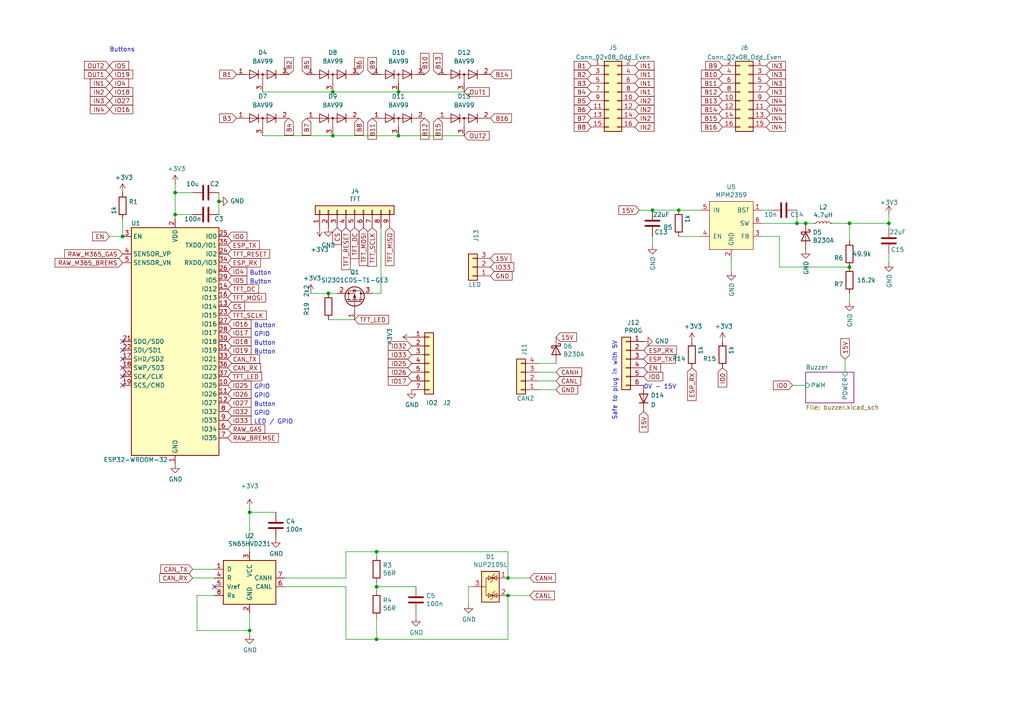
<source format=kicad_sch>
(kicad_sch (version 20230121) (generator eeschema)
  (paper "A4")
  (junction (at 189.23 60.96))
  (junction (at 350.52 95.25))
  (junction (at 363.22 102.87))
  (junction (at 403.86 102.87))
  (junction (at 257.81 64.77))
  (junction (at 109.22 185.42))
  (junction (at 391.16 102.87))
  (junction (at 109.22 170.18))
  (junction (at 350.52 102.87))
  (junction (at 72.39 182.88))
  (junction (at 115.57 26.67))
  (junction (at 246.38 64.77))
  (junction (at 72.39 148.59))
  (junction (at 109.22 160.02))
  (junction (at 233.68 64.77))
  (junction (at 196.85 60.96))
  (junction (at 50.8 62.23))
  (junction (at 231.14 64.77))
  (junction (at 50.8 55.88))
  (junction (at 95.25 85.09))
  (junction (at 363.22 95.25))
  (junction (at 147.32 172.72))
  (junction (at 63.5 58.42))
  (junction (at 96.52 39.37))
  (junction (at 115.57 39.37))
  (junction (at 35.56 68.58))
  (junction (at 391.16 95.25))
  (junction (at 96.52 26.67))
  (junction (at 403.86 95.25))
  (junction (at 147.32 167.64))
  (junction (at 246.38 77.47))
  (no_connect (at 35.56 101.6))
  (no_connect (at 35.56 106.68))
  (no_connect (at 35.56 111.76))
  (no_connect (at 35.56 104.14))
  (no_connect (at 35.56 109.22))
  (no_connect (at 35.56 99.06))
  (no_connect (at 62.23 170.18))
  (wire (pts (xy 391.16 91.44) (xy 391.16 95.25)))
  (wire (pts (xy 115.57 26.67) (xy 134.62 26.67)))
  (wire (pts (xy 63.5 58.42) (xy 63.5 55.88)))
  (wire (pts (xy 203.2 60.96) (xy 196.85 60.96)))
  (wire (pts (xy 76.2 39.37) (xy 96.52 39.37)))
  (wire (pts (xy 135.89 170.18) (xy 137.16 170.18)))
  (wire (pts (xy 147.32 167.64) (xy 153.67 167.64)))
  (wire (pts (xy 245.11 104.14) (xy 245.11 107.95)))
  (wire (pts (xy 102.87 92.71) (xy 95.25 92.71)))
  (wire (pts (xy 363.22 102.87) (xy 370.84 102.87)))
  (wire (pts (xy 109.22 168.91) (xy 109.22 170.18)))
  (wire (pts (xy 156.21 110.49) (xy 161.29 110.49)))
  (wire (pts (xy 231.14 64.77) (xy 233.68 64.77)))
  (wire (pts (xy 100.33 170.18) (xy 100.33 185.42)))
  (wire (pts (xy 50.8 55.88) (xy 50.8 53.34)))
  (wire (pts (xy 120.65 179.07) (xy 120.65 177.8)))
  (wire (pts (xy 110.49 66.04) (xy 110.49 85.09)))
  (wire (pts (xy 391.16 95.25) (xy 382.27 95.25)))
  (wire (pts (xy 72.39 147.32) (xy 72.39 148.59)))
  (wire (pts (xy 109.22 170.18) (xy 109.22 171.45)))
  (wire (pts (xy 233.68 64.77) (xy 236.22 64.77)))
  (wire (pts (xy 220.98 68.58) (xy 226.06 68.58)))
  (wire (pts (xy 220.98 60.96) (xy 223.52 60.96)))
  (wire (pts (xy 63.5 62.23) (xy 63.5 58.42)))
  (wire (pts (xy 350.52 102.87) (xy 341.63 102.87)))
  (wire (pts (xy 82.55 167.64) (xy 100.33 167.64)))
  (wire (pts (xy 363.22 95.25) (xy 363.22 91.44)))
  (wire (pts (xy 96.52 39.37) (xy 115.57 39.37)))
  (wire (pts (xy 110.49 85.09) (xy 107.95 85.09)))
  (wire (pts (xy 229.87 111.76) (xy 233.68 111.76)))
  (wire (pts (xy 462.28 100.33) (xy 467.36 100.33)))
  (wire (pts (xy 220.98 64.77) (xy 231.14 64.77)))
  (wire (pts (xy 403.86 95.25) (xy 411.48 95.25)))
  (wire (pts (xy 120.65 170.18) (xy 109.22 170.18)))
  (wire (pts (xy 434.34 85.09) (xy 430.53 85.09)))
  (wire (pts (xy 434.34 100.33) (xy 430.53 100.33)))
  (wire (pts (xy 109.22 160.02) (xy 147.32 160.02)))
  (wire (pts (xy 403.86 102.87) (xy 411.48 102.87)))
  (wire (pts (xy 109.22 160.02) (xy 109.22 161.29)))
  (wire (pts (xy 246.38 64.77) (xy 257.81 64.77)))
  (wire (pts (xy 226.06 68.58) (xy 226.06 77.47)))
  (wire (pts (xy 241.3 64.77) (xy 246.38 64.77)))
  (wire (pts (xy 96.52 26.67) (xy 115.57 26.67)))
  (wire (pts (xy 147.32 185.42) (xy 147.32 172.72)))
  (wire (pts (xy 115.57 39.37) (xy 134.62 39.37)))
  (wire (pts (xy 189.23 60.96) (xy 196.85 60.96)))
  (wire (pts (xy 212.09 74.93) (xy 212.09 78.74)))
  (wire (pts (xy 147.32 172.72) (xy 153.67 172.72)))
  (wire (pts (xy 156.21 105.41) (xy 161.29 105.41)))
  (wire (pts (xy 55.88 165.1) (xy 62.23 165.1)))
  (wire (pts (xy 161.29 113.03) (xy 156.21 113.03)))
  (wire (pts (xy 50.8 63.5) (xy 50.8 62.23)))
  (wire (pts (xy 185.42 60.96) (xy 189.23 60.96)))
  (wire (pts (xy 72.39 148.59) (xy 72.39 160.02)))
  (wire (pts (xy 196.85 68.58) (xy 203.2 68.58)))
  (wire (pts (xy 55.88 62.23) (xy 50.8 62.23)))
  (wire (pts (xy 161.29 107.95) (xy 156.21 107.95)))
  (wire (pts (xy 31.75 68.58) (xy 35.56 68.58)))
  (wire (pts (xy 403.86 95.25) (xy 403.86 91.44)))
  (wire (pts (xy 76.2 26.67) (xy 96.52 26.67)))
  (wire (pts (xy 257.81 64.77) (xy 257.81 66.04)))
  (wire (pts (xy 82.55 170.18) (xy 100.33 170.18)))
  (wire (pts (xy 57.15 182.88) (xy 72.39 182.88)))
  (wire (pts (xy 35.56 68.58) (xy 35.56 63.5)))
  (wire (pts (xy 391.16 102.87) (xy 382.27 102.87)))
  (wire (pts (xy 231.14 60.96) (xy 231.14 64.77)))
  (wire (pts (xy 226.06 77.47) (xy 246.38 77.47)))
  (wire (pts (xy 50.8 62.23) (xy 50.8 55.88)))
  (wire (pts (xy 62.23 172.72) (xy 57.15 172.72)))
  (wire (pts (xy 57.15 172.72) (xy 57.15 182.88)))
  (wire (pts (xy 462.28 85.09) (xy 467.36 85.09)))
  (wire (pts (xy 135.89 175.26) (xy 135.89 170.18)))
  (wire (pts (xy 350.52 91.44) (xy 350.52 95.25)))
  (wire (pts (xy 100.33 160.02) (xy 109.22 160.02)))
  (wire (pts (xy 95.25 85.09) (xy 97.79 85.09)))
  (wire (pts (xy 55.88 55.88) (xy 50.8 55.88)))
  (wire (pts (xy 80.01 148.59) (xy 72.39 148.59)))
  (wire (pts (xy 100.33 185.42) (xy 109.22 185.42)))
  (wire (pts (xy 55.88 167.64) (xy 62.23 167.64)))
  (wire (pts (xy 246.38 69.85) (xy 246.38 64.77)))
  (wire (pts (xy 90.17 85.09) (xy 95.25 85.09)))
  (wire (pts (xy 147.32 160.02) (xy 147.32 167.64)))
  (wire (pts (xy 257.81 62.23) (xy 257.81 64.77)))
  (wire (pts (xy 189.23 68.58) (xy 189.23 71.12)))
  (wire (pts (xy 363.22 95.25) (xy 370.84 95.25)))
  (wire (pts (xy 257.81 76.2) (xy 257.81 73.66)))
  (wire (pts (xy 109.22 185.42) (xy 147.32 185.42)))
  (wire (pts (xy 246.38 85.09) (xy 246.38 87.63)))
  (wire (pts (xy 72.39 182.88) (xy 72.39 184.15)))
  (wire (pts (xy 72.39 177.8) (xy 72.39 182.88)))
  (wire (pts (xy 350.52 95.25) (xy 341.63 95.25)))
  (wire (pts (xy 109.22 179.07) (xy 109.22 185.42)))
  (wire (pts (xy 100.33 160.02) (xy 100.33 167.64)))
  (text "GPIO" (at 73.66 113.03 0) (effects (font (size 1.27 1.27)) (justify left bottom)))
  (text "GPIO" (at 73.66 120.65 0) (effects (font (size 1.27 1.27)) (justify left bottom)))
  (text "Button" (at 73.66 102.87 0) (effects (font (size 1.27 1.27)) (justify left bottom)))
  (text "GPIO" (at 73.66 115.57 0) (effects (font (size 1.27 1.27)) (justify left bottom)))
  (text "0V - 15V" (at 186.69 113.03 0) (effects (font (size 1.27 1.27)) (justify left bottom)))
  (text "Button" (at 73.66 100.33 0) (effects (font (size 1.27 1.27)) (justify left bottom)))
  (text "Button" (at 72.39 80.01 0) (effects (font (size 1.27 1.27)) (justify left bottom)))
  (text "Buttons" (at 31.75 15.24 0) (effects (font (size 1.27 1.27)) (justify left bottom)))
  (text "Safe to plug in with 5V" (at 179.07 121.92 90) (effects (font (size 1.27 1.27)) (justify left bottom)))
  (text "LED / GPIO" (at 73.66 123.19 0) (effects (font (size 1.27 1.27)) (justify left bottom)))
  (text "Button" (at 73.66 118.11 0) (effects (font (size 1.27 1.27)) (justify left bottom)))
  (text "GPIO" (at 73.66 97.79 0) (effects (font (size 1.27 1.27)) (justify left bottom)))
  (text "Button" (at 73.66 95.25 0) (effects (font (size 1.27 1.27)) (justify left bottom)))
  (text "Button" (at 72.39 82.55 0) (effects (font (size 1.27 1.27)) (justify left bottom)))
  (global_label "CAN_RX" (shape input) (at 55.88 167.64 180) (property "Intersheetrefs" "${INTERSHEET_REFS}" (effects hide)) (property "Referenzen zwischen Schaltplänen" "${INTERSHEET_REFS}" (effects hide)))
  (global_label "IO33" (shape input) (at 142.24 77.47 0) (property "Intersheetrefs" "${INTERSHEET_REFS}" (effects hide)) (property "Referenzen zwischen Schaltplänen" "${INTERSHEET_REFS}" (effects hide)))
  (global_label "RAW_M365_BREMS" (shape input) (at 365.76 49.53 0) (property "Intersheetrefs" "${INTERSHEET_REFS}" (effects hide)) (property "Referenzen zwischen Schaltplänen" "${INTERSHEET_REFS}" (effects hide)))
  (global_label "ESP_RX" (shape input) (at 66.04 76.2 0) (property "Intersheetrefs" "${INTERSHEET_REFS}" (effects hide)) (property "Referenzen zwischen Schaltplänen" "${INTERSHEET_REFS}" (effects hide)))
  (global_label "RAW_M365_BREMS" (shape input) (at 403.86 91.44 90) (property "Intersheetrefs" "${INTERSHEET_REFS}" (effects hide)) (property "Referenzen zwischen Schaltplänen" "${INTERSHEET_REFS}" (effects hide)))
  (global_label "ESP_TX" (shape input) (at 66.04 71.12 0) (property "Intersheetrefs" "${INTERSHEET_REFS}" (effects hide)) (property "Referenzen zwischen Schaltplänen" "${INTERSHEET_REFS}" (effects hide)))
  (global_label "TFT_RESET" (shape input) (at 66.04 73.66 0) (property "Intersheetrefs" "${INTERSHEET_REFS}" (effects hide)) (property "Referenzen zwischen Schaltplänen" "${INTERSHEET_REFS}" (effects hide)))
  (global_label "IN1" (shape input) (at 184.15 24.13 0) (property "Intersheetrefs" "${INTERSHEET_REFS}" (effects hide)) (property "Referenzen zwischen Schaltplänen" "${INTERSHEET_REFS}" (effects hide)))
  (global_label "IN1" (shape input) (at 184.15 26.67 0) (property "Intersheetrefs" "${INTERSHEET_REFS}" (effects hide)) (property "Referenzen zwischen Schaltplänen" "${INTERSHEET_REFS}" (effects hide)))
  (global_label "IN4" (shape input) (at 222.25 34.29 0) (property "Intersheetrefs" "${INTERSHEET_REFS}" (effects hide)) (property "Referenzen zwischen Schaltplänen" "${INTERSHEET_REFS}" (effects hide)))
  (global_label "IO17" (shape input) (at 119.38 110.49 180) (property "Intersheetrefs" "${INTERSHEET_REFS}" (effects hide)))
  (global_label "RAW_GAS" (shape input) (at 66.04 124.46 0) (property "Intersheetrefs" "${INTERSHEET_REFS}" (effects hide)) (property "Referenzen zwischen Schaltplänen" "${INTERSHEET_REFS}" (effects hide)))
  (global_label "B12" (shape input) (at 190.5 -55.88 0) (property "Intersheetrefs" "${INTERSHEET_REFS}" (effects hide)) (property "Referenzen zwischen Schaltplänen" "${INTERSHEET_REFS}" (effects hide)))
  (global_label "B7" (shape input) (at 88.9 34.29 270) (property "Intersheetrefs" "${INTERSHEET_REFS}" (effects hide)) (property "Referenzen zwischen Schaltplänen" "${INTERSHEET_REFS}" (effects hide)))
  (global_label "B6" (shape input) (at 104.14 21.59 90) (property "Intersheetrefs" "${INTERSHEET_REFS}" (effects hide)) (property "Referenzen zwischen Schaltplänen" "${INTERSHEET_REFS}" (effects hide)))
  (global_label "B10" (shape input) (at 209.55 21.59 180) (property "Intersheetrefs" "${INTERSHEET_REFS}" (effects hide)) (property "Referenzen zwischen Schaltplänen" "${INTERSHEET_REFS}" (effects hide)))
  (global_label "B1" (shape input) (at 171.45 19.05 180) (property "Intersheetrefs" "${INTERSHEET_REFS}" (effects hide)) (property "Referenzen zwischen Schaltplänen" "${INTERSHEET_REFS}" (effects hide)))
  (global_label "CAN_TX" (shape input) (at 55.88 165.1 180) (property "Intersheetrefs" "${INTERSHEET_REFS}" (effects hide)) (property "Referenzen zwischen Schaltplänen" "${INTERSHEET_REFS}" (effects hide)))
  (global_label "RAW_M365_BREMS" (shape input) (at 474.98 100.33 0) (property "Intersheetrefs" "${INTERSHEET_REFS}" (effects hide)) (property "Referenzen zwischen Schaltplänen" "${INTERSHEET_REFS}" (effects hide)))
  (global_label "B13" (shape input) (at 209.55 29.21 180) (property "Intersheetrefs" "${INTERSHEET_REFS}" (effects hide)) (property "Referenzen zwischen Schaltplänen" "${INTERSHEET_REFS}" (effects hide)))
  (global_label "IO18" (shape input) (at 31.75 26.67 0) (property "Intersheetrefs" "${INTERSHEET_REFS}" (effects hide)) (property "Referenzen zwischen Schaltplänen" "${INTERSHEET_REFS}" (effects hide)))
  (global_label "IO26" (shape input) (at 66.04 114.3 0) (property "Intersheetrefs" "${INTERSHEET_REFS}" (effects hide)) (property "Referenzen zwischen Schaltplänen" "${INTERSHEET_REFS}" (effects hide)))
  (global_label "B16" (shape input) (at 142.24 34.29 0) (property "Intersheetrefs" "${INTERSHEET_REFS}" (effects hide)) (property "Referenzen zwischen Schaltplänen" "${INTERSHEET_REFS}" (effects hide)))
  (global_label "OUT1" (shape input) (at 134.62 26.67 0) (property "Intersheetrefs" "${INTERSHEET_REFS}" (effects hide)) (property "Referenzen zwischen Schaltplänen" "${INTERSHEET_REFS}" (effects hide)))
  (global_label "IO18" (shape input) (at 66.04 99.06 0) (property "Intersheetrefs" "${INTERSHEET_REFS}" (effects hide)) (property "Referenzen zwischen Schaltplänen" "${INTERSHEET_REFS}" (effects hide)))
  (global_label "B8" (shape input) (at 171.45 36.83 180) (property "Intersheetrefs" "${INTERSHEET_REFS}" (effects hide)) (property "Referenzen zwischen Schaltplänen" "${INTERSHEET_REFS}" (effects hide)))
  (global_label "CANL" (shape input) (at 153.67 172.72 0) (property "Intersheetrefs" "${INTERSHEET_REFS}" (effects hide)) (property "Referenzen zwischen Schaltplänen" "${INTERSHEET_REFS}" (effects hide)))
  (global_label "B2" (shape input) (at 171.45 21.59 180) (property "Intersheetrefs" "${INTERSHEET_REFS}" (effects hide)) (property "Referenzen zwischen Schaltplänen" "${INTERSHEET_REFS}" (effects hide)))
  (global_label "IO19" (shape input) (at 31.75 21.59 0) (property "Intersheetrefs" "${INTERSHEET_REFS}" (effects hide)) (property "Referenzen zwischen Schaltplänen" "${INTERSHEET_REFS}" (effects hide)))
  (global_label "GND" (shape input) (at 161.29 113.03 0) (property "Intersheetrefs" "${INTERSHEET_REFS}" (effects hide)) (property "Referenzen zwischen Schaltplänen" "${INTERSHEET_REFS}" (effects hide)))
  (global_label "OUT1" (shape input) (at 31.75 21.59 180) (property "Intersheetrefs" "${INTERSHEET_REFS}" (effects hide)) (property "Referenzen zwischen Schaltplänen" "${INTERSHEET_REFS}" (effects hide)))
  (global_label "RAW_GAS" (shape input) (at 441.96 85.09 0) (property "Intersheetrefs" "${INTERSHEET_REFS}" (effects hide)) (property "Referenzen zwischen Schaltplänen" "${INTERSHEET_REFS}" (effects hide)))
  (global_label "RAW_M365_GAS" (shape input) (at 391.16 91.44 90) (property "Intersheetrefs" "${INTERSHEET_REFS}" (effects hide)) (property "Referenzen zwischen Schaltplänen" "${INTERSHEET_REFS}" (effects hide)))
  (global_label "IO0" (shape input) (at 66.04 68.58 0) (property "Intersheetrefs" "${INTERSHEET_REFS}" (effects hide)) (property "Referenzen zwischen Schaltplänen" "${INTERSHEET_REFS}" (effects hide)))
  (global_label "B15" (shape input) (at 209.55 34.29 180) (property "Intersheetrefs" "${INTERSHEET_REFS}" (effects hide)) (property "Referenzen zwischen Schaltplänen" "${INTERSHEET_REFS}" (effects hide)))
  (global_label "IO26" (shape input) (at 119.38 107.95 180) (property "Intersheetrefs" "${INTERSHEET_REFS}" (effects hide)) (property "Referenzen zwischen Schaltplänen" "${INTERSHEET_REFS}" (effects hide)))
  (global_label "RAW_M365_GAS" (shape input) (at 35.56 73.66 180) (property "Intersheetrefs" "${INTERSHEET_REFS}" (effects hide)) (property "Referenzen zwischen Schaltplänen" "${INTERSHEET_REFS}" (effects hide)))
  (global_label "B3" (shape input) (at 190.5 -22.86 0) (property "Intersheetrefs" "${INTERSHEET_REFS}" (effects hide)) (property "Referenzen zwischen Schaltplänen" "${INTERSHEET_REFS}" (effects hide)))
  (global_label "RAW_M365_GAS" (shape input) (at 365.76 44.45 0) (property "Intersheetrefs" "${INTERSHEET_REFS}" (effects hide)) (property "Referenzen zwischen Schaltplänen" "${INTERSHEET_REFS}" (effects hide)))
  (global_label "B9" (shape input) (at 170.18 -60.96 180) (property "Intersheetrefs" "${INTERSHEET_REFS}" (effects hide)) (property "Referenzen zwischen Schaltplänen" "${INTERSHEET_REFS}" (effects hide)))
  (global_label "B3" (shape input) (at 171.45 24.13 180) (property "Intersheetrefs" "${INTERSHEET_REFS}" (effects hide)) (property "Referenzen zwischen Schaltplänen" "${INTERSHEET_REFS}" (effects hide)))
  (global_label "B1" (shape input) (at 170.18 -22.86 180) (property "Intersheetrefs" "${INTERSHEET_REFS}" (effects hide)) (property "Referenzen zwischen Schaltplänen" "${INTERSHEET_REFS}" (effects hide)))
  (global_label "RAW_GAS" (shape input) (at 350.52 91.44 90) (property "Intersheetrefs" "${INTERSHEET_REFS}" (effects hide)) (property "Referenzen zwischen Schaltplänen" "${INTERSHEET_REFS}" (effects hide)))
  (global_label "IO32" (shape input) (at 119.38 100.33 180) (property "Intersheetrefs" "${INTERSHEET_REFS}" (effects hide)) (property "Referenzen zwischen Schaltplänen" "${INTERSHEET_REFS}" (effects hide)))
  (global_label "CAN_TX" (shape input) (at 66.04 104.14 0) (property "Intersheetrefs" "${INTERSHEET_REFS}" (effects hide)) (property "Referenzen zwischen Schaltplänen" "${INTERSHEET_REFS}" (effects hide)))
  (global_label "EN" (shape input) (at 31.75 68.58 180) (property "Intersheetrefs" "${INTERSHEET_REFS}" (effects hide)) (property "Referenzen zwischen Schaltplänen" "${INTERSHEET_REFS}" (effects hide)))
  (global_label "B12" (shape input) (at 123.19 34.29 270) (property "Intersheetrefs" "${INTERSHEET_REFS}" (effects hide)) (property "Referenzen zwischen Schaltplänen" "${INTERSHEET_REFS}" (effects hide)))
  (global_label "B4" (shape input) (at 171.45 26.67 180) (property "Intersheetrefs" "${INTERSHEET_REFS}" (effects hide)) (property "Referenzen zwischen Schaltplänen" "${INTERSHEET_REFS}" (effects hide)))
  (global_label "IN3" (shape input) (at 222.25 21.59 0) (property "Intersheetrefs" "${INTERSHEET_REFS}" (effects hide)) (property "Referenzen zwischen Schaltplänen" "${INTERSHEET_REFS}" (effects hide)))
  (global_label "15V" (shape input) (at 186.69 119.38 270) (property "Intersheetrefs" "${INTERSHEET_REFS}" (effects hide)) (property "Referenzen zwischen Schaltplänen" "${INTERSHEET_REFS}" (effects hide)))
  (global_label "TFT_MISO" (shape input) (at 113.03 66.04 270) (property "Intersheetrefs" "${INTERSHEET_REFS}" (effects hide)) (property "Referenzen zwischen Schaltplänen" "${INTERSHEET_REFS}" (effects hide)))
  (global_label "B15" (shape input) (at 127 34.29 270) (property "Intersheetrefs" "${INTERSHEET_REFS}" (effects hide)) (property "Referenzen zwischen Schaltplänen" "${INTERSHEET_REFS}" (effects hide)))
  (global_label "TFT_RESET" (shape input) (at 100.33 66.04 270) (property "Intersheetrefs" "${INTERSHEET_REFS}" (effects hide)) (property "Referenzen zwischen Schaltplänen" "${INTERSHEET_REFS}" (effects hide)))
  (global_label "IO0" (shape input) (at 186.69 109.22 0) (property "Intersheetrefs" "${INTERSHEET_REFS}" (effects hide)) (property "Referenzen zwischen Schaltplänen" "${INTERSHEET_REFS}" (effects hide)))
  (global_label "IN3" (shape input) (at 222.25 24.13 0) (property "Intersheetrefs" "${INTERSHEET_REFS}" (effects hide)) (property "Referenzen zwischen Schaltplänen" "${INTERSHEET_REFS}" (effects hide)))
  (global_label "IO4" (shape input) (at 66.04 78.74 0) (property "Intersheetrefs" "${INTERSHEET_REFS}" (effects hide)) (property "Referenzen zwischen Schaltplänen" "${INTERSHEET_REFS}" (effects hide)))
  (global_label "IO5" (shape input) (at 31.75 19.05 0) (property "Intersheetrefs" "${INTERSHEET_REFS}" (effects hide)) (property "Referenzen zwischen Schaltplänen" "${INTERSHEET_REFS}" (effects hide)))
  (global_label "IN1" (shape input) (at 184.15 21.59 0) (property "Intersheetrefs" "${INTERSHEET_REFS}" (effects hide)) (property "Referenzen zwischen Schaltplänen" "${INTERSHEET_REFS}" (effects hide)))
  (global_label "IO32" (shape input) (at 66.04 119.38 0) (property "Intersheetrefs" "${INTERSHEET_REFS}" (effects hide)) (property "Referenzen zwischen Schaltplänen" "${INTERSHEET_REFS}" (effects hide)))
  (global_label "ESP_RX" (shape input) (at 186.69 101.6 0) (property "Intersheetrefs" "${INTERSHEET_REFS}" (effects hide)) (property "Referenzen zwischen Schaltplänen" "${INTERSHEET_REFS}" (effects hide)))
  (global_label "TFT_LED" (shape input) (at 66.04 109.22 0) (property "Intersheetrefs" "${INTERSHEET_REFS}" (effects hide)) (property "Referenzen zwischen Schaltplänen" "${INTERSHEET_REFS}" (effects hide)))
  (global_label "RAW_M365_BREMS" (shape input) (at 35.56 76.2 180) (property "Intersheetrefs" "${INTERSHEET_REFS}" (effects hide)) (property "Referenzen zwischen Schaltplänen" "${INTERSHEET_REFS}" (effects hide)))
  (global_label "RAW_BREMSE" (shape input) (at 474.98 85.09 0) (property "Intersheetrefs" "${INTERSHEET_REFS}" (effects hide)) (property "Referenzen zwischen Schaltplänen" "${INTERSHEET_REFS}" (effects hide)))
  (global_label "CS" (shape input) (at 66.04 88.9 0) (property "Intersheetrefs" "${INTERSHEET_REFS}" (effects hide)) (property "Referenzen zwischen Schaltplänen" "${INTERSHEET_REFS}" (effects hide)))
  (global_label "GND" (shape input) (at 142.24 80.01 0) (property "Intersheetrefs" "${INTERSHEET_REFS}" (effects hide)) (property "Referenzen zwischen Schaltplänen" "${INTERSHEET_REFS}" (effects hide)))
  (global_label "B4" (shape input) (at 83.82 34.29 270) (property "Intersheetrefs" "${INTERSHEET_REFS}" (effects hide)) (property "Referenzen zwischen Schaltplänen" "${INTERSHEET_REFS}" (effects hide)))
  (global_label "B6" (shape input) (at 171.45 31.75 180) (property "Intersheetrefs" "${INTERSHEET_REFS}" (effects hide)) (property "Referenzen zwischen Schaltplänen" "${INTERSHEET_REFS}" (effects hide)))
  (global_label "IN2" (shape input) (at 184.15 36.83 0) (property "Intersheetrefs" "${INTERSHEET_REFS}" (effects hide)) (property "Referenzen zwischen Schaltplänen" "${INTERSHEET_REFS}" (effects hide)))
  (global_label "B2" (shape input) (at 170.18 -17.78 180) (property "Intersheetrefs" "${INTERSHEET_REFS}" (effects hide)) (property "Referenzen zwischen Schaltplänen" "${INTERSHEET_REFS}" (effects hide)))
  (global_label "B8" (shape input) (at 222.25 -17.78 0) (property "Intersheetrefs" "${INTERSHEET_REFS}" (effects hide)) (property "Referenzen zwischen Schaltplänen" "${INTERSHEET_REFS}" (effects hide)))
  (global_label "B14" (shape input) (at 201.93 -55.88 180) (property "Intersheetrefs" "${INTERSHEET_REFS}" (effects hide)) (property "Referenzen zwischen Schaltplänen" "${INTERSHEET_REFS}" (effects hide)))
  (global_label "IN4" (shape input) (at 222.25 36.83 0) (property "Intersheetrefs" "${INTERSHEET_REFS}" (effects hide)) (property "Referenzen zwischen Schaltplänen" "${INTERSHEET_REFS}" (effects hide)))
  (global_label "B10" (shape input) (at 123.19 21.59 90) (property "Intersheetrefs" "${INTERSHEET_REFS}" (effects hide)) (property "Referenzen zwischen Schaltplänen" "${INTERSHEET_REFS}" (effects hide)))
  (global_label "IO17" (shape input) (at 66.04 96.52 0) (property "Intersheetrefs" "${INTERSHEET_REFS}" (effects hide)))
  (global_label "RAW_BREMSE" (shape input) (at 66.04 127 0) (property "Intersheetrefs" "${INTERSHEET_REFS}" (effects hide)) (property "Referenzen zwischen Schaltplänen" "${INTERSHEET_REFS}" (effects hide)))
  (global_label "B15" (shape input) (at 222.25 -60.96 0) (property "Intersheetrefs" "${INTERSHEET_REFS}" (effects hide)) (property "Referenzen zwischen Schaltplänen" "${INTERSHEET_REFS}" (effects hide)))
  (global_label "IO19" (shape input) (at 66.04 101.6 0) (property "Intersheetrefs" "${INTERSHEET_REFS}" (effects hide)) (property "Referenzen zwischen Schaltplänen" "${INTERSHEET_REFS}" (effects hide)))
  (global_label "RAW_BREMSE" (shape input) (at 345.44 49.53 180) (property "Intersheetrefs" "${INTERSHEET_REFS}" (effects hide)) (property "Referenzen zwischen Schaltplänen" "${INTERSHEET_REFS}" (effects hide)))
  (global_label "TFT_MOSI" (shape input) (at 105.41 66.04 270) (property "Intersheetrefs" "${INTERSHEET_REFS}" (effects hide)) (property "Referenzen zwischen Schaltplänen" "${INTERSHEET_REFS}" (effects hide)))
  (global_label "CAN_RX" (shape input) (at 66.04 106.68 0) (property "Intersheetrefs" "${INTERSHEET_REFS}" (effects hide)) (property "Referenzen zwischen Schaltplänen" "${INTERSHEET_REFS}" (effects hide)))
  (global_label "B16" (shape input) (at 222.25 -55.88 0) (property "Intersheetrefs" "${INTERSHEET_REFS}" (effects hide)) (property "Referenzen zwischen Schaltplänen" "${INTERSHEET_REFS}" (effects hide)))
  (global_label "15V" (shape input) (at 142.24 74.93 0) (property "Intersheetrefs" "${INTERSHEET_REFS}" (effects hide)) (property "Referenzen zwischen Schaltplänen" "${INTERSHEET_REFS}" (effects hide)))
  (global_label "TFT_LED" (shape input) (at 102.87 92.71 0) (property "Intersheetrefs" "${INTERSHEET_REFS}" (effects hide)) (property "Referenzen zwischen Schaltplänen" "${INTERSHEET_REFS}" (effects hide)))
  (global_label "15V" (shape input) (at 161.29 97.79 0) (property "Intersheetrefs" "${INTERSHEET_REFS}" (effects hide)) (property "Referenzen zwischen Schaltplänen" "${INTERSHEET_REFS}" (effects hide)))
  (global_label "B14" (shape input) (at 209.55 31.75 180) (property "Intersheetrefs" "${INTERSHEET_REFS}" (effects hide)) (property "Referenzen zwischen Schaltplänen" "${INTERSHEET_REFS}" (effects hide)))
  (global_label "B13" (shape input) (at 127 21.59 90) (property "Intersheetrefs" "${INTERSHEET_REFS}" (effects hide)) (property "Referenzen zwischen Schaltplänen" "${INTERSHEET_REFS}" (effects hide)))
  (global_label "B16" (shape input) (at 209.55 36.83 180) (property "Intersheetrefs" "${INTERSHEET_REFS}" (effects hide)) (property "Referenzen zwischen Schaltplänen" "${INTERSHEET_REFS}" (effects hide)))
  (global_label "IN3" (shape input) (at 222.25 19.05 0) (property "Intersheetrefs" "${INTERSHEET_REFS}" (effects hide)) (property "Referenzen zwischen Schaltplänen" "${INTERSHEET_REFS}" (effects hide)))
  (global_label "IO33" (shape input) (at 66.04 121.92 0) (property "Intersheetrefs" "${INTERSHEET_REFS}" (effects hide)) (property "Referenzen zwischen Schaltplänen" "${INTERSHEET_REFS}" (effects hide)))
  (global_label "B5" (shape input) (at 88.9 21.59 90) (property "Intersheetrefs" "${INTERSHEET_REFS}" (effects hide)) (property "Referenzen zwischen Schaltplänen" "${INTERSHEET_REFS}" (effects hide)))
  (global_label "B9" (shape input) (at 209.55 19.05 180) (property "Intersheetrefs" "${INTERSHEET_REFS}" (effects hide)) (property "Referenzen zwischen Schaltplänen" "${INTERSHEET_REFS}" (effects hide)))
  (global_label "B7" (shape input) (at 222.25 -22.86 0) (property "Intersheetrefs" "${INTERSHEET_REFS}" (effects hide)) (property "Referenzen zwischen Schaltplänen" "${INTERSHEET_REFS}" (effects hide)))
  (global_label "IO16" (shape input) (at 31.75 31.75 0) (property "Intersheetrefs" "${INTERSHEET_REFS}" (effects hide)))
  (global_label "EN" (shape input) (at 186.69 106.68 0) (property "Intersheetrefs" "${INTERSHEET_REFS}" (effects hide)) (property "Referenzen zwischen Schaltplänen" "${INTERSHEET_REFS}" (effects hide)))
  (global_label "IN2" (shape input) (at 184.15 29.21 0) (property "Intersheetrefs" "${INTERSHEET_REFS}" (effects hide)) (property "Referenzen zwischen Schaltplänen" "${INTERSHEET_REFS}" (effects hide)))
  (global_label "IN4" (shape input) (at 31.75 31.75 180) (property "Intersheetrefs" "${INTERSHEET_REFS}" (effects hide)) (property "Referenzen zwischen Schaltplänen" "${INTERSHEET_REFS}" (effects hide)))
  (global_label "B12" (shape input) (at 209.55 26.67 180) (property "Intersheetrefs" "${INTERSHEET_REFS}" (effects hide)) (property "Referenzen zwischen Schaltplänen" "${INTERSHEET_REFS}" (effects hide)))
  (global_label "IO5" (shape input) (at 66.04 81.28 0) (property "Intersheetrefs" "${INTERSHEET_REFS}" (effects hide)) (property "Referenzen zwischen Schaltplänen" "${INTERSHEET_REFS}" (effects hide)))
  (global_label "CANL" (shape input) (at 161.29 110.49 0) (property "Intersheetrefs" "${INTERSHEET_REFS}" (effects hide)) (property "Referenzen zwischen Schaltplänen" "${INTERSHEET_REFS}" (effects hide)))
  (global_label "IN2" (shape input) (at 31.75 26.67 180) (property "Intersheetrefs" "${INTERSHEET_REFS}" (effects hide)) (property "Referenzen zwischen Schaltplänen" "${INTERSHEET_REFS}" (effects hide)))
  (global_label "B5" (shape input) (at 201.93 -22.86 180) (property "Intersheetrefs" "${INTERSHEET_REFS}" (effects hide)) (property "Referenzen zwischen Schaltplänen" "${INTERSHEET_REFS}" (effects hide)))
  (global_label "B9" (shape input) (at 107.95 21.59 90) (property "Intersheetrefs" "${INTERSHEET_REFS}" (effects hide)) (property "Referenzen zwischen Schaltplänen" "${INTERSHEET_REFS}" (effects hide)))
  (global_label "B14" (shape input) (at 142.24 21.59 0) (property "Intersheetrefs" "${INTERSHEET_REFS}" (effects hide)) (property "Referenzen zwischen Schaltplänen" "${INTERSHEET_REFS}" (effects hide)))
  (global_label "IO4" (shape input) (at 31.75 24.13 0) (property "Intersheetrefs" "${INTERSHEET_REFS}" (effects hide)) (property "Referenzen zwischen Schaltplänen" "${INTERSHEET_REFS}" (effects hide)))
  (global_label "IN4" (shape input) (at 222.25 31.75 0) (property "Intersheetrefs" "${INTERSHEET_REFS}" (effects hide)) (property "Referenzen zwischen Schaltplänen" "${INTERSHEET_REFS}" (effects hide)))
  (global_label "B7" (shape input) (at 171.45 34.29 180) (property "Intersheetrefs" "${INTERSHEET_REFS}" (effects hide)) (property "Referenzen zwischen Schaltplänen" "${INTERSHEET_REFS}" (effects hide)))
  (global_label "B5" (shape input) (at 171.45 29.21 180) (property "Intersheetrefs" "${INTERSHEET_REFS}" (effects hide)) (property "Referenzen zwischen Schaltplänen" "${INTERSHEET_REFS}" (effects hide)))
  (global_label "B6" (shape input) (at 201.93 -17.78 180) (property "Intersheetrefs" "${INTERSHEET_REFS}" (effects hide)) (property "Referenzen zwischen Schaltplänen" "${INTERSHEET_REFS}" (effects hide)))
  (global_label "B10" (shape input) (at 170.18 -55.88 180) (property "Intersheetrefs" "${INTERSHEET_REFS}" (effects hide)) (property "Referenzen zwischen Schaltplänen" "${INTERSHEET_REFS}" (effects hide)))
  (global_label "15V" (shape input) (at 245.11 104.14 90) (property "Intersheetrefs" "${INTERSHEET_REFS}" (effects hide)) (property "Referenzen zwischen Schaltplänen" "${INTERSHEET_REFS}" (effects hide)))
  (global_label "RAW_GAS" (shape input) (at 345.44 44.45 180) (property "Intersheetrefs" "${INTERSHEET_REFS}" (effects hide)) (property "Referenzen zwischen Schaltplänen" "${INTERSHEET_REFS}" (effects hide)))
  (global_label "OUT2" (shape input) (at 134.62 39.37 0) (property "Intersheetrefs" "${INTERSHEET_REFS}" (effects hide)) (property "Referenzen zwischen Schaltplänen" "${INTERSHEET_REFS}" (effects hide)))
  (global_label "IN3" (shape input) (at 31.75 29.21 180) (property "Intersheetrefs" "${INTERSHEET_REFS}" (effects hide)) (property "Referenzen zwischen Schaltplänen" "${INTERSHEET_REFS}" (effects hide)))
  (global_label "B11" (shape input) (at 209.55 24.13 180) (property "Intersheetrefs" "${INTERSHEET_REFS}" (effects hide)) (property "Referenzen zwischen Schaltplänen" "${INTERSHEET_REFS}" (effects hide)))
  (global_label "B13" (shape input) (at 201.93 -60.96 180) (property "Intersheetrefs" "${INTERSHEET_REFS}" (effects hide)) (property "Referenzen zwischen Schaltplänen" "${INTERSHEET_REFS}" (effects hide)))
  (global_label "15V" (shape input) (at 185.42 60.96 180) (property "Intersheetrefs" "${INTERSHEET_REFS}" (effects hide)) (property "Referenzen zwischen Schaltplänen" "${INTERSHEET_REFS}" (effects hide)))
  (global_label "OUT2" (shape input) (at 31.75 19.05 180) (property "Intersheetrefs" "${INTERSHEET_REFS}" (effects hide)) (property "Referenzen zwischen Schaltplänen" "${INTERSHEET_REFS}" (effects hide)))
  (global_label "B3" (shape input) (at 68.58 34.29 180) (property "Intersheetrefs" "${INTERSHEET_REFS}" (effects hide)) (property "Referenzen zwischen Schaltplänen" "${INTERSHEET_REFS}" (effects hide)))
  (global_label "CANH" (shape input) (at 153.67 167.64 0) (property "Intersheetrefs" "${INTERSHEET_REFS}" (effects hide)) (property "Referenzen zwischen Schaltplänen" "${INTERSHEET_REFS}" (effects hide)))
  (global_label "CANH" (shape input) (at 161.29 107.95 0) (property "Intersheetrefs" "${INTERSHEET_REFS}" (effects hide)) (property "Referenzen zwischen Schaltplänen" "${INTERSHEET_REFS}" (effects hide)))
  (global_label "IN4" (shape input) (at 222.25 29.21 0) (property "Intersheetrefs" "${INTERSHEET_REFS}" (effects hide)) (property "Referenzen zwischen Schaltplänen" "${INTERSHEET_REFS}" (effects hide)))
  (global_label "IN1" (shape input) (at 184.15 19.05 0) (property "Intersheetrefs" "${INTERSHEET_REFS}" (effects hide)) (property "Referenzen zwischen Schaltplänen" "${INTERSHEET_REFS}" (effects hide)))
  (global_label "IO0" (shape input) (at 209.55 106.68 270) (property "Intersheetrefs" "${INTERSHEET_REFS}" (effects hide)) (property "Referenzen zwischen Schaltplänen" "${INTERSHEET_REFS}" (effects hide)))
  (global_label "IO33" (shape input) (at 119.38 102.87 180) (property "Intersheetrefs" "${INTERSHEET_REFS}" (effects hide)) (property "Referenzen zwischen Schaltplänen" "${INTERSHEET_REFS}" (effects hide)))
  (global_label "CS" (shape input) (at 97.79 66.04 270) (property "Intersheetrefs" "${INTERSHEET_REFS}" (effects hide)) (property "Referenzen zwischen Schaltplänen" "${INTERSHEET_REFS}" (effects hide)))
  (global_label "IO27" (shape input) (at 31.75 29.21 0) (property "Intersheetrefs" "${INTERSHEET_REFS}" (effects hide)) (property "Referenzen zwischen Schaltplänen" "${INTERSHEET_REFS}" (effects hide)))
  (global_label "ESP_TX" (shape input) (at 186.69 104.14 0) (property "Intersheetrefs" "${INTERSHEET_REFS}" (effects hide)) (property "Referenzen zwischen Schaltplänen" "${INTERSHEET_REFS}" (effects hide)))
  (global_label "IO27" (shape input) (at 66.04 116.84 0) (property "Intersheetrefs" "${INTERSHEET_REFS}" (effects hide)) (property "Referenzen zwischen Schaltplänen" "${INTERSHEET_REFS}" (effects hide)))
  (global_label "TFT_DC" (shape input) (at 66.04 83.82 0) (property "Intersheetrefs" "${INTERSHEET_REFS}" (effects hide)) (property "Referenzen zwischen Schaltplänen" "${INTERSHEET_REFS}" (effects hide)))
  (global_label "TFT_SCLK" (shape input) (at 107.95 66.04 270) (property "Intersheetrefs" "${INTERSHEET_REFS}" (effects hide)) (property "Referenzen zwischen Schaltplänen" "${INTERSHEET_REFS}" (effects hide)))
  (global_label "RAW_BREMSE" (shape input) (at 363.22 91.44 90) (property "Intersheetrefs" "${INTERSHEET_REFS}" (effects hide)) (property "Referenzen zwischen Schaltplänen" "${INTERSHEET_REFS}" (effects hide)))
  (global_label "IN1" (shape input) (at 31.75 24.13 180) (property "Intersheetrefs" "${INTERSHEET_REFS}" (effects hide)) (property "Referenzen zwischen Schaltplänen" "${INTERSHEET_REFS}" (effects hide)))
  (global_label "B1" (shape input) (at 68.58 21.59 180) (property "Intersheetrefs" "${INTERSHEET_REFS}" (effects hide)) (property "Referenzen zwischen Schaltplänen" "${INTERSHEET_REFS}" (effects hide)))
  (global_label "B11" (shape input) (at 190.5 -60.96 0) (property "Intersheetrefs" "${INTERSHEET_REFS}" (effects hide)) (property "Referenzen zwischen Schaltplänen" "${INTERSHEET_REFS}" (effects hide)))
  (global_label "IO25" (shape input) (at 66.04 111.76 0) (property "Intersheetrefs" "${INTERSHEET_REFS}" (effects hide)) (property "Referenzen zwischen Schaltplänen" "${INTERSHEET_REFS}" (effects hide)))
  (global_label "B2" (shape input) (at 83.82 21.59 90) (property "Intersheetrefs" "${INTERSHEET_REFS}" (effects hide)) (property "Referenzen zwischen Schaltplänen" "${INTERSHEET_REFS}" (effects hide)))
  (global_label "B8" (shape input) (at 104.14 34.29 270) (property "Intersheetrefs" "${INTERSHEET_REFS}" (effects hide)) (property "Referenzen zwischen Schaltplänen" "${INTERSHEET_REFS}" (effects hide)))
  (global_label "IN2" (shape input) (at 184.15 31.75 0) (property "Intersheetrefs" "${INTERSHEET_REFS}" (effects hide)) (property "Referenzen zwischen Schaltplänen" "${INTERSHEET_REFS}" (effects hide)))
  (global_label "TFT_DC" (shape input) (at 102.87 66.04 270) (property "Intersheetrefs" "${INTERSHEET_REFS}" (effects hide)) (property "Referenzen zwischen Schaltplänen" "${INTERSHEET_REFS}" (effects hide)))
  (global_label "IN2" (shape input) (at 184.15 34.29 0) (property "Intersheetrefs" "${INTERSHEET_REFS}" (effects hide)) (property "Referenzen zwischen Schaltplänen" "${INTERSHEET_REFS}" (effects hide)))
  (global_label "TFT_SCLK" (shape input) (at 66.04 91.44 0) (property "Intersheetrefs" "${INTERSHEET_REFS}" (effects hide)) (property "Referenzen zwischen Schaltplänen" "${INTERSHEET_REFS}" (effects hide)))
  (global_label "IN3" (shape input) (at 222.25 26.67 0) (property "Intersheetrefs" "${INTERSHEET_REFS}" (effects hide)) (property "Referenzen zwischen Schaltplänen" "${INTERSHEET_REFS}" (effects hide)))
  (global_label "TFT_MOSI" (shape input) (at 66.04 86.36 0) (property "Intersheetrefs" "${INTERSHEET_REFS}" (effects hide)) (property "Referenzen zwischen Schaltplänen" "${INTERSHEET_REFS}" (effects hide)))
  (global_label "IO25" (shape input) (at 119.38 105.41 180) (property "Intersheetrefs" "${INTERSHEET_REFS}" (effects hide)) (property "Referenzen zwischen Schaltplänen" "${INTERSHEET_REFS}" (effects hide)))
  (global_label "RAW_M365_GAS" (shape input) (at 441.96 100.33 0) (property "Intersheetrefs" "${INTERSHEET_REFS}" (effects hide)) (property "Referenzen zwischen Schaltplänen" "${INTERSHEET_REFS}" (effects hide)))
  (global_label "IO0" (shape input) (at 229.87 111.76 180) (property "Intersheetrefs" "${INTERSHEET_REFS}" (effects hide)) (property "Referenzen zwischen Schaltplänen" "${INTERSHEET_REFS}" (effects hide)))
  (global_label "B11" (shape input) (at 107.95 34.29 270) (property "Intersheetrefs" "${INTERSHEET_REFS}" (effects hide)) (property "Referenzen zwischen Schaltplänen" "${INTERSHEET_REFS}" (effects hide)))
  (global_label "B4" (shape input) (at 190.5 -17.78 0) (property "Intersheetrefs" "${INTERSHEET_REFS}" (effects hide)) (property "Referenzen zwischen Schaltplänen" "${INTERSHEET_REFS}" (effects hide)))
  (global_label "ESP_RX" (shape input) (at 200.66 106.68 270) (property "Intersheetrefs" "${INTERSHEET_REFS}" (effects hide)) (property "Referenzen zwischen Schaltplänen" "${INTERSHEET_REFS}" (effects hide)))
  (global_label "IO16" (shape input) (at 66.04 93.98 0) (property "Intersheetrefs" "${INTERSHEET_REFS}" (effects hide)))
  (symbol (lib_id "RF_Module:ESP32-WROOM-32") (at 50.8 99.06 0) (unit 1)
    (property "Reference" "U1" (at 39.37 64.77 0))
    (property "Value" "ESP32-WROOM-32" (at 39.37 133.35 0))
    (property "Footprint" "RF_Module:ESP32-WROOM-32" (effects hide))
    (property "Datasheet" "https://www.espressif.com/sites/default/files/documentation/esp32-wroom-32_datasheet_en.pdf" (effects hide))
    (property "LCSC Part #" "C701343" (effects hide))
  )
  (symbol (lib_id "power:GND") (at 50.8 134.62 0) (unit 1)
    (property "Reference" "#PWR05" (effects hide))
    (property "Value" "GND" (at 50.927 139.0142 0))
  )
  (symbol (lib_id "power:+3V3") (at 50.8 53.34 0) (unit 1)
    (property "Reference" "#PWR04" (effects hide))
    (property "Value" "+3V3" (at 51.181 48.9458 0))
  )
  (symbol (lib_id "Device:C") (at 59.69 62.23 270) (unit 1)
    (property "Reference" "C3" (at 63.5 63.5 90))
    (property "Value" "100n" (at 55.88 63.5 90))
    (property "Footprint" "Capacitor_SMD:C_0603_1608Metric" (effects hide))
    (property "LCSC Part #" "C14663" (effects hide))
  )
  (symbol (lib_id "Device:C") (at 59.69 55.88 270) (unit 1)
    (property "Reference" "C2" (at 62.23 53.34 90))
    (property "Value" "10u" (at 55.88 53.34 90))
    (property "Footprint" "Capacitor_SMD:C_0603_1608Metric" (effects hide))
    (property "LCSC Part #" "C19702" (effects hide))
  )
  (symbol (lib_id "power:GND") (at 63.5 58.42 90) (unit 1)
    (property "Reference" "#PWR06" (effects hide))
    (property "Value" "GND" (at 66.7512 58.293 90) (effects (justify right)))
  )
  (symbol (lib_id "Connector_Generic:Conn_01x06") (at 181.61 104.14 0) (mirror y) (unit 1)
    (property "Reference" "J12" (at 183.6928 93.5482 0))
    (property "Value" "PROG" (at 183.6928 95.8596 0))
    (property "Footprint" "Connector_JST:JST_XH_B6B-XH-A_1x06_P2.50mm_Vertical" (effects hide))
    (property "LCSC Part #" "C144397" (effects hide))
  )
  (symbol (lib_id "power:GND") (at 186.69 99.06 90) (unit 1)
    (property "Reference" "#PWR025" (effects hide))
    (property "Value" "GND" (at 189.9412 98.933 90) (effects (justify right)))
  )
  (symbol (lib_id "Connector_Generic:Conn_01x09") (at 102.87 60.96 90) (unit 1)
    (property "Reference" "J4" (at 102.9716 55.4482 90))
    (property "Value" "TFT" (at 102.9716 57.7596 90))
    (property "Footprint" "Connector_PinSocket_2.54mm:PinSocket_1x09_P2.54mm_Vertical" (effects hide))
    (property "LCSC Part #" "DNP" (effects hide))
  )
  (symbol (lib_id "power:GND") (at 95.25 66.04 0) (unit 1)
    (property "Reference" "#PWR015" (effects hide))
    (property "Value" "GND" (at 95.25 71.12 0))
  )
  (symbol (lib_id "Connector_Generic:Conn_01x03") (at 425.45 85.09 180) (unit 1)
    (property "Reference" "J3" (at 426.3644 80.3148 90) (effects (justify right)))
    (property "Value" "GAS" (at 428.6758 80.3148 90) (effects (justify right)))
    (property "Footprint" "Connector_PinHeader_2.54mm:PinHeader_1x03_P2.54mm_Vertical" (effects hide))
    (property "LCSC Part #" "DNP" (effects hide))
  )
  (symbol (lib_id "power:GND") (at 430.53 82.55 90) (unit 1)
    (property "Reference" "#PWR012" (effects hide))
    (property "Value" "GND" (at 434.9242 82.423 0))
  )
  (symbol (lib_id "power:+3V3") (at 430.53 87.63 270) (unit 1)
    (property "Reference" "#PWR013" (effects hide))
    (property "Value" "+3V3" (at 434.9242 88.011 0))
  )
  (symbol (lib_id "Connector_Generic:Conn_01x03") (at 457.2 85.09 180) (unit 1)
    (property "Reference" "J7" (at 458.1144 80.3148 90) (effects (justify right)))
    (property "Value" "BREMSE" (at 460.4258 80.3148 90) (effects (justify right)))
    (property "Footprint" "Connector_PinHeader_2.54mm:PinHeader_1x03_P2.54mm_Vertical" (effects hide))
    (property "LCSC Part #" "DNP" (effects hide))
  )
  (symbol (lib_id "power:GND") (at 462.28 82.55 90) (unit 1)
    (property "Reference" "#PWR020" (effects hide))
    (property "Value" "GND" (at 466.6742 82.423 0))
  )
  (symbol (lib_id "power:+3V3") (at 462.28 87.63 270) (unit 1)
    (property "Reference" "#PWR021" (effects hide))
    (property "Value" "+3V3" (at 466.6742 88.011 0))
  )
  (symbol (lib_id "Device:C") (at 370.84 99.06 180) (unit 1)
    (property "Reference" "C8" (at 370.84 91.44 0))
    (property "Value" "100n" (at 370.84 93.98 0))
    (property "Footprint" "Capacitor_SMD:C_0603_1608Metric" (effects hide))
    (property "LCSC Part #" "C14663" (effects hide))
  )
  (symbol (lib_id "Device:C") (at 341.63 99.06 180) (unit 1)
    (property "Reference" "C7" (at 341.63 91.44 0))
    (property "Value" "100n" (at 341.63 93.98 0))
    (property "Footprint" "Capacitor_SMD:C_0603_1608Metric" (effects hide))
    (property "LCSC Part #" "C14663" (effects hide))
  )
  (symbol (lib_id "Device:R") (at 350.52 99.06 0) (unit 1)
    (property "Reference" "R13" (at 345.44 99.06 0) (effects (justify left)))
    (property "Value" "100k" (at 353.06 99.06 0) (effects (justify left)))
    (property "Footprint" "Resistor_SMD:R_0603_1608Metric" (effects hide))
    (property "LCSC Part #" "C21190" (effects hide))
  )
  (symbol (lib_id "Device:R") (at 363.22 99.06 0) (unit 1)
    (property "Reference" "R16" (at 364.49 99.06 0) (effects (justify left)))
    (property "Value" "100k" (at 359.41 99.06 0) (effects (justify left)))
    (property "Footprint" "Resistor_SMD:R_0603_1608Metric" (effects hide))
    (property "LCSC Part #" "C21190" (effects hide))
  )
  (symbol (lib_id "power:GND") (at 350.52 102.87 0) (unit 1)
    (property "Reference" "#PWR026" (effects hide))
    (property "Value" "GND" (at 350.647 107.2642 0))
  )
  (symbol (lib_id "power:GND") (at 363.22 102.87 0) (unit 1)
    (property "Reference" "#PWR030" (effects hide))
    (property "Value" "GND" (at 363.347 107.2642 0))
  )
  (symbol (lib_id "Device:R") (at 35.56 59.69 0) (unit 1)
    (property "Reference" "R1" (at 37.338 58.5216 0) (effects (justify left)))
    (property "Value" "1k" (at 33.02 62.23 90) (effects (justify left)))
    (property "Footprint" "Resistor_SMD:R_0603_1608Metric" (effects hide))
    (property "LCSC Part #" "C21190" (effects hide))
  )
  (symbol (lib_id "power:+3V3") (at 35.56 55.88 0) (unit 1)
    (property "Reference" "#PWR01" (effects hide))
    (property "Value" "+3V3" (at 35.941 51.4858 0))
  )
  (symbol (lib_id "Connector_Generic:Conn_01x07") (at 124.46 105.41 0) (unit 1)
    (property "Reference" "J2" (at 130.81 116.84 0) (effects (justify right)))
    (property "Value" "IO2" (at 127 116.84 0) (effects (justify right)))
    (property "Footprint" "Connector_PinHeader_2.54mm:PinHeader_1x06_P2.54mm_Vertical" (effects hide))
  )
  (symbol (lib_id "Device:R") (at 200.66 102.87 180) (unit 1)
    (property "Reference" "R14" (at 198.882 104.0384 0) (effects (justify left)))
    (property "Value" "1k" (at 203.2 100.33 90) (effects (justify left)))
    (property "Footprint" "Resistor_SMD:R_0603_1608Metric" (effects hide))
    (property "LCSC Part #" "C21190" (effects hide))
  )
  (symbol (lib_id "power:+3V3") (at 200.66 99.06 0) (unit 1)
    (property "Reference" "#PWR027" (effects hide))
    (property "Value" "+3V3" (at 201.041 94.6658 0))
  )
  (symbol (lib_id "Device:R") (at 209.55 102.87 180) (unit 1)
    (property "Reference" "R15" (at 207.772 104.0384 0) (effects (justify left)))
    (property "Value" "1k" (at 212.09 100.33 90) (effects (justify left)))
    (property "Footprint" "Resistor_SMD:R_0603_1608Metric" (effects hide))
    (property "LCSC Part #" "C21190" (effects hide))
  )
  (symbol (lib_id "power:+3V3") (at 209.55 99.06 0) (unit 1)
    (property "Reference" "#PWR029" (effects hide))
    (property "Value" "+3V3" (at 209.931 94.6658 0))
  )
  (symbol (lib_id "Device:R") (at 109.22 165.1 0) (unit 1)
    (property "Reference" "R3" (at 110.998 163.9316 0) (effects (justify left)))
    (property "Value" "56R" (at 110.998 166.243 0) (effects (justify left)))
    (property "Footprint" "Resistor_SMD:R_0603_1608Metric" (effects hide))
    (property "LCSC Part #" "C25196" (effects hide))
  )
  (symbol (lib_id "Device:R") (at 109.22 175.26 0) (unit 1)
    (property "Reference" "R4" (at 110.998 174.0916 0) (effects (justify left)))
    (property "Value" "56R" (at 110.998 176.403 0) (effects (justify left)))
    (property "Footprint" "Resistor_SMD:R_0603_1608Metric" (effects hide))
    (property "LCSC Part #" "C25196" (effects hide))
  )
  (symbol (lib_id "Device:C") (at 120.65 173.99 0) (unit 1)
    (property "Reference" "C5" (at 123.571 172.8216 0) (effects (justify left)))
    (property "Value" "100n" (at 123.571 175.133 0) (effects (justify left)))
    (property "Footprint" "Capacitor_SMD:C_0603_1608Metric" (effects hide))
    (property "LCSC Part #" "C14663" (effects hide))
  )
  (symbol (lib_id "power:GND") (at 120.65 179.07 0) (unit 1)
    (property "Reference" "#PWR016" (effects hide))
    (property "Value" "GND" (at 120.777 183.4642 0))
  )
  (symbol (lib_id "power:GND") (at 72.39 184.15 0) (unit 1)
    (property "Reference" "#PWR07" (effects hide))
    (property "Value" "GND" (at 72.517 188.5442 0))
  )
  (symbol (lib_id "Device:C") (at 80.01 152.4 0) (unit 1)
    (property "Reference" "C4" (at 82.931 151.2316 0) (effects (justify left)))
    (property "Value" "100n" (at 82.931 153.543 0) (effects (justify left)))
    (property "Footprint" "Capacitor_SMD:C_0603_1608Metric" (effects hide))
    (property "LCSC Part #" "C14663" (effects hide))
  )
  (symbol (lib_id "power:GND") (at 80.01 156.21 0) (unit 1)
    (property "Reference" "#PWR09" (effects hide))
    (property "Value" "GND" (at 80.137 160.6042 0))
  )
  (symbol (lib_id "Power_Protection:NUP2105L") (at 142.24 170.18 270) (unit 1)
    (property "Reference" "D1" (at 142.24 161.4932 90))
    (property "Value" "NUP2105L" (at 142.24 163.8046 90))
    (property "Footprint" "Package_TO_SOT_SMD:SOT-23" (effects hide))
    (property "Datasheet" "http://www.onsemi.com/pub_link/Collateral/NUP2105L-D.PDF" (effects hide))
    (property "LCSC Part #" "C284104" (effects hide))
  )
  (symbol (lib_id "power:GND") (at 135.89 175.26 0) (unit 1)
    (property "Reference" "#PWR022" (effects hide))
    (property "Value" "GND" (at 136.017 179.6542 0))
  )
  (symbol (lib_id "Connector_Generic:Conn_01x04") (at 151.13 110.49 180) (unit 1)
    (property "Reference" "J11" (at 152.0444 103.1748 90) (effects (justify right)))
    (property "Value" "CAN2" (at 149.86 115.57 0) (effects (justify right)))
    (property "Footprint" "Connector_JST:JST_XH_B4B-XH-A_1x04_P2.50mm_Vertical" (effects hide))
    (property "LCSC Part #" "C144395" (effects hide))
  )
  (symbol (lib_id "Device:R") (at 438.15 85.09 270) (unit 1)
    (property "Reference" "R2" (at 439.3184 86.868 0) (effects (justify left)))
    (property "Value" "100r" (at 436.88 82.55 90) (effects (justify left)))
    (property "Footprint" "Resistor_SMD:R_0603_1608Metric" (effects hide))
    (property "LCSC Part #" "C22775" (effects hide))
  )
  (symbol (lib_id "Device:R") (at 471.17 85.09 270) (unit 1)
    (property "Reference" "R9" (at 472.3384 86.868 0) (effects (justify left)))
    (property "Value" "100r" (at 469.9 82.55 90) (effects (justify left)))
    (property "Footprint" "Resistor_SMD:R_0603_1608Metric" (effects hide))
    (property "LCSC Part #" "C22775" (effects hide))
  )
  (symbol (lib_id "Transistor_FET:Si2319CDS") (at 102.87 87.63 270) (mirror x) (unit 1)
    (property "Reference" "Q1" (at 102.87 78.9432 90))
    (property "Value" "SI2301CDS-T1-GE3" (at 102.87 81.2546 90))
    (property "Footprint" "Package_TO_SOT_SMD:SOT-23" (effects hide))
    (property "Datasheet" "https://datasheet.lcsc.com/szlcsc/Vishay-Intertech-SI2301CDS-T1-GE3_C10487.pdf" (effects hide))
    (property "LCSC Part #" "C10487" (effects hide))
  )
  (symbol (lib_id "power:+3V3") (at 90.17 85.09 0) (unit 1)
    (property "Reference" "#PWR039" (effects hide))
    (property "Value" "+3V3" (at 90.551 80.6958 0))
  )
  (symbol (lib_id "Device:R") (at 95.25 88.9 180) (unit 1)
    (property "Reference" "R19" (at 88.9 87.63 90) (effects (justify left)))
    (property "Value" "2k2" (at 88.9 82.55 90) (effects (justify left)))
    (property "Footprint" "Resistor_SMD:R_0603_1608Metric" (effects hide))
    (property "LCSC Part #" "C4190" (effects hide))
  )
  (symbol (lib_id "Diode:B230") (at 161.29 101.6 270) (unit 1)
    (property "Reference" "D6" (at 163.322 100.4316 90) (effects (justify left)))
    (property "Value" "B230A" (at 163.322 102.743 90) (effects (justify left)))
    (property "Footprint" "Diode_SMD:D_SMA" (effects hide))
    (property "Datasheet" "http://www.jameco.com/Jameco/Products/ProdDS/1538777.pdf" (effects hide))
    (property "LCSC Part #" "C12889" (effects hide))
  )
  (symbol (lib_id "power:+3V3") (at 92.71 66.04 180) (unit 1)
    (property "Reference" "#PWR02" (effects hide))
    (property "Value" "+3V3" (at 92.71 72.39 0))
  )
  (symbol (lib_id "Interface_CAN_LIN:SN65HVD231") (at 72.39 167.64 0) (unit 1)
    (property "Reference" "U2" (at 72.39 155.4226 0))
    (property "Value" "SN65HVD231" (at 72.39 157.734 0))
    (property "Footprint" "Package_SO:SOIC-8_3.9x4.9mm_P1.27mm" (effects hide))
    (property "Datasheet" "http://www.ti.com/lit/ds/symlink/sn65hvd230.pdf" (effects hide))
    (property "LCSC Part #" "C30530" (effects hide))
  )
  (symbol (lib_id "power:+3V3") (at 72.39 147.32 0) (unit 1)
    (property "Reference" "#PWR0107" (effects hide))
    (property "Value" "+3V3" (at 72.39 140.97 0))
  )
  (symbol (lib_id "power:GND") (at 212.09 78.74 0) (unit 1)
    (property "Reference" "#PWR0101" (effects hide))
    (property "Value" "GND" (at 212.217 81.9912 90) (effects (justify right)))
  )
  (symbol (lib_id "Device:R") (at 246.38 73.66 180) (unit 1)
    (property "Reference" "R6" (at 244.602 74.8284 0) (effects (justify left)))
    (property "Value" "49.9k" (at 252.73 73.66 0) (effects (justify left)))
    (property "Footprint" "Resistor_SMD:R_0603_1608Metric" (effects hide))
    (property "LCSC Part #" "C23184" (effects hide))
  )
  (symbol (lib_id "Device:R") (at 246.38 81.28 180) (unit 1)
    (property "Reference" "R7" (at 244.602 82.4484 0) (effects (justify left)))
    (property "Value" "16.2k" (at 254 81.28 0) (effects (justify left)))
    (property "Footprint" "Resistor_SMD:R_0603_1608Metric" (effects hide))
    (property "LCSC Part #" "C22885" (effects hide))
  )
  (symbol (lib_id "power:GND") (at 246.38 87.63 0) (unit 1)
    (property "Reference" "#PWR0102" (effects hide))
    (property "Value" "GND" (at 246.507 90.8812 90) (effects (justify right)))
  )
  (symbol (lib_id "Device:C") (at 257.81 69.85 180) (unit 1)
    (property "Reference" "C15" (at 260.35 72.39 0))
    (property "Value" "22uF" (at 260.35 67.31 0))
    (property "Footprint" "Capacitor_SMD:C_0805_2012Metric" (effects hide))
    (property "LCSC Part #" "C45783" (effects hide))
  )
  (symbol (lib_id "Device:R") (at 196.85 64.77 180) (unit 1)
    (property "Reference" "R5" (at 195.072 65.9384 0) (effects (justify left)))
    (property "Value" "1k" (at 199.39 62.23 90) (effects (justify left)))
    (property "Footprint" "Resistor_SMD:R_0603_1608Metric" (effects hide))
    (property "LCSC Part #" "C21190" (effects hide))
  )
  (symbol (lib_id "power:GND") (at 189.23 71.12 0) (unit 1)
    (property "Reference" "#PWR0103" (effects hide))
    (property "Value" "GND" (at 189.357 74.3712 90) (effects (justify right)))
  )
  (symbol (lib_id "power:GND") (at 257.81 76.2 0) (unit 1)
    (property "Reference" "#PWR0104" (effects hide))
    (property "Value" "GND" (at 257.937 79.4512 90) (effects (justify right)))
  )
  (symbol (lib_id "Device:C") (at 189.23 64.77 180) (unit 1)
    (property "Reference" "C13" (at 191.77 67.31 0))
    (property "Value" "22uF" (at 191.77 62.23 0))
    (property "Footprint" "Capacitor_SMD:C_0805_2012Metric" (effects hide))
    (property "LCSC Part #" "C45783" (effects hide))
  )
  (symbol (lib_id "boardcomputer:MPM2359") (at 205.74 58.42 0) (unit 1)
    (property "Reference" "U5" (at 212.09 54.229 0))
    (property "Value" "MPM2359" (at 212.09 56.5404 0))
    (property "Footprint" "Package_TO_SOT_SMD:SOT-23-6" (effects hide))
    (property "Datasheet" "https://www.monolithicpower.com/en/documentview/productdocument/index/version/2/document_type/Datasheet/lang/en/sku/MP2359/document_id/228" (effects hide))
    (property "LCSC Part #" "C2959845" (effects hide))
  )
  (symbol (lib_id "Device:C") (at 227.33 60.96 270) (unit 1)
    (property "Reference" "C14" (at 231.14 62.23 90))
    (property "Value" "10n" (at 223.52 62.23 90))
    (property "Footprint" "Capacitor_SMD:C_0603_1608Metric" (effects hide))
    (property "LCSC Part #" "C57112" (effects hide))
  )
  (symbol (lib_id "Diode:B230") (at 233.68 68.58 270) (unit 1)
    (property "Reference" "D5" (at 235.712 67.4116 90) (effects (justify left)))
    (property "Value" "B230A" (at 235.712 69.723 90) (effects (justify left)))
    (property "Footprint" "Diode_SMD:D_SMA" (effects hide))
    (property "Datasheet" "http://www.jameco.com/Jameco/Products/ProdDS/1538777.pdf" (effects hide))
    (property "LCSC Part #" "C12889" (effects hide))
  )
  (symbol (lib_id "Device:L_Small") (at 238.76 64.77 90) (unit 1)
    (property "Reference" "L2" (at 238.76 60.071 90))
    (property "Value" "4.7uH" (at 238.76 62.3824 90))
    (property "Footprint" "boardcomputer:L_5040" (effects hide))
    (property "LCSC Part #" "C354606" (effects hide))
  )
  (symbol (lib_id "power:GND") (at 233.68 72.39 0) (unit 1)
    (property "Reference" "#PWR0106" (effects hide))
    (property "Value" "GND" (at 233.807 75.6412 90) (effects (justify right)))
  )
  (symbol (lib_id "power:GND") (at 119.38 113.03 0) (unit 1)
    (property "Reference" "#PWR0109" (effects hide))
    (property "Value" "GND" (at 119.507 117.4242 0))
  )
  (symbol (lib_id "power:+3V3") (at 119.38 97.79 90) (unit 1)
    (property "Reference" "#PWR0108" (effects hide))
    (property "Value" "+3V3" (at 113.03 97.79 0))
  )
  (symbol (lib_id "Connector_Generic:Conn_01x03") (at 137.16 77.47 180) (unit 1)
    (property "Reference" "J13" (at 138.0744 70.1548 90) (effects (justify right)))
    (property "Value" "LED" (at 135.89 82.55 0) (effects (justify right)))
    (property "Footprint" "Connector_JST:JST_XH_B3B-XH-A_1x03_P2.50mm_Vertical" (effects hide))
  )
  (symbol (lib_id "power:+3V3") (at 462.28 102.87 270) (unit 1)
    (property "Reference" "#PWR0125" (effects hide))
    (property "Value" "+3V3" (at 466.6742 103.251 0))
  )
  (symbol (lib_id "power:GND") (at 462.28 97.79 90) (unit 1)
    (property "Reference" "#PWR0124" (effects hide))
    (property "Value" "GND" (at 466.6742 97.663 0))
  )
  (symbol (lib_id "power:GND") (at 391.16 102.87 0) (unit 1)
    (property "Reference" "#PWR0119" (effects hide))
    (property "Value" "GND" (at 391.287 107.2642 0))
  )
  (symbol (lib_id "Power_Protection:USBLC6-4SC6") (at 180.34 -20.32 0) (unit 1)
    (property "Reference" "U3" (at 183.1087 -31.9065 0) (effects (justify left)))
    (property "Value" "USBLC6-4SC6" (at 183.1087 -29.1314 0) (effects (justify left)))
    (property "Footprint" "Package_TO_SOT_SMD:SOT-23-6" (effects hide))
    (property "Datasheet" "https://www.st.com/resource/en/datasheet/usblc6-4.pdf" (effects hide))
    (property "LCSC Part #" "C558419" (effects hide))
  )
  (symbol (lib_id "Device:D") (at 186.69 115.57 90) (unit 1)
    (property "Reference" "D14" (at 188.722 114.6615 90) (effects (justify right)))
    (property "Value" "D" (at 188.722 117.4366 90) (effects (justify right)))
    (property "Footprint" "Diode_SMD:D_SOD-123" (effects hide))
    (property "LCSC Part #" "C8598" (effects hide))
    (property "Sim.Device" "D" (effects hide))
    (property "Sim.Pins" "1=K 2=A" (effects hide))
  )
  (symbol (lib_id "Diode:BAV99") (at 115.57 34.29 0) (unit 1)
    (property "Reference" "D11" (at 115.57 27.94 0))
    (property "Value" "BAV99" (at 115.57 30.48 0))
    (property "Footprint" "Package_TO_SOT_SMD:SOT-23" (effects hide))
    (property "Datasheet" "https://assets.nexperia.com/documents/data-sheet/BAV99_SER.pdf" (effects hide))
  )
  (symbol (lib_id "power:GND") (at 180.34 -48.26 0) (unit 1)
    (property "Reference" "#PWR0115" (effects hide))
    (property "Value" "GND" (at 180.467 -45.0088 90) (effects (justify right)))
  )
  (symbol (lib_id "power:GND") (at 212.09 -48.26 0) (unit 1)
    (property "Reference" "#PWR0116" (effects hide))
    (property "Value" "GND" (at 212.217 -45.0088 90) (effects (justify right)))
  )
  (symbol (lib_id "power:GND") (at 355.6 57.15 0) (unit 1)
    (property "Reference" "#PWR0121" (effects hide))
    (property "Value" "GND" (at 355.727 60.4012 90) (effects (justify right)))
  )
  (symbol (lib_id "Device:R") (at 438.15 100.33 270) (unit 1)
    (property "Reference" "R11" (at 439.3184 102.108 0) (effects (justify left)))
    (property "Value" "100r" (at 436.88 97.79 90) (effects (justify left)))
    (property "Footprint" "Resistor_SMD:R_0603_1608Metric" (effects hide))
    (property "LCSC Part #" "C22775" (effects hide))
  )
  (symbol (lib_id "power:+3V3") (at 257.81 62.23 0) (unit 1)
    (property "Reference" "#PWR010" (effects hide))
    (property "Value" "+3V3" (at 257.81 58.7281 0))
  )
  (symbol (lib_id "Connector_Generic:Conn_01x03") (at 425.45 100.33 180) (unit 1)
    (property "Reference" "J8" (at 426.3644 95.5548 90) (effects (justify right)))
    (property "Value" "GAS" (at 428.6758 95.5548 90) (effects (justify right)))
    (property "Footprint" "Connector_PinHeader_2.54mm:PinHeader_1x03_P2.54mm_Vertical" (effects hide))
    (property "LCSC Part #" "DNP" (effects hide))
  )
  (symbol (lib_id "Diode:BAV99") (at 96.52 34.29 0) (unit 1)
    (property "Reference" "D9" (at 96.52 27.94 0))
    (property "Value" "BAV99" (at 96.52 30.48 0))
    (property "Footprint" "Package_TO_SOT_SMD:SOT-23" (effects hide))
    (property "Datasheet" "https://assets.nexperia.com/documents/data-sheet/BAV99_SER.pdf" (effects hide))
  )
  (symbol (lib_id "power:+3V3") (at 212.09 -68.58 0) (unit 1)
    (property "Reference" "#PWR0117" (effects hide))
    (property "Value" "+3V3" (at 212.471 -72.9742 0))
  )
  (symbol (lib_id "power:GND") (at 403.86 102.87 0) (unit 1)
    (property "Reference" "#PWR0118" (effects hide))
    (property "Value" "GND" (at 403.987 107.2642 0))
  )
  (symbol (lib_id "Power_Protection:USBLC6-4SC6") (at 212.09 -58.42 0) (unit 1)
    (property "Reference" "U7" (at 214.8587 -70.0065 0) (effects (justify left)))
    (property "Value" "USBLC6-4SC6" (at 214.8587 -67.2314 0) (effects (justify left)))
    (property "Footprint" "Package_TO_SOT_SMD:SOT-23-6" (effects hide))
    (property "Datasheet" "https://www.st.com/resource/en/datasheet/usblc6-4.pdf" (effects hide))
    (property "LCSC Part #" "C558419" (effects hide))
  )
  (symbol (lib_id "Diode:BAV99") (at 134.62 34.29 0) (unit 1)
    (property "Reference" "D13" (at 134.62 27.94 0))
    (property "Value" "BAV99" (at 134.62 30.48 0))
    (property "Footprint" "Package_TO_SOT_SMD:SOT-23" (effects hide))
    (property "Datasheet" "https://assets.nexperia.com/documents/data-sheet/BAV99_SER.pdf" (effects hide))
  )
  (symbol (lib_id "Device:C") (at 411.48 99.06 180) (unit 1)
    (property "Reference" "C6" (at 411.48 91.44 0))
    (property "Value" "100n" (at 411.48 93.98 0))
    (property "Footprint" "Capacitor_SMD:C_0603_1608Metric" (effects hide))
    (property "LCSC Part #" "C14663" (effects hide))
  )
  (symbol (lib_id "power:GND") (at 180.34 -10.16 0) (unit 1)
    (property "Reference" "#PWR0111" (effects hide))
    (property "Value" "GND" (at 180.467 -6.9088 90) (effects (justify right)))
  )
  (symbol (lib_id "Power_Protection:USBLC6-4SC6") (at 180.34 -58.42 0) (unit 1)
    (property "Reference" "U6" (at 183.1087 -70.0065 0) (effects (justify left)))
    (property "Value" "USBLC6-4SC6" (at 183.1087 -67.2314 0) (effects (justify left)))
    (property "Footprint" "Package_TO_SOT_SMD:SOT-23-6" (effects hide))
    (property "Datasheet" "https://www.st.com/resource/en/datasheet/usblc6-4.pdf" (effects hide))
    (property "LCSC Part #" "C558419" (effects hide))
  )
  (symbol (lib_id "Connector_Generic:Conn_01x03") (at 457.2 100.33 180) (unit 1)
    (property "Reference" "J10" (at 458.1144 95.5548 90) (effects (justify right)))
    (property "Value" "BREMSE" (at 460.4258 95.5548 90) (effects (justify right)))
    (property "Footprint" "Connector_PinHeader_2.54mm:PinHeader_1x03_P2.54mm_Vertical" (effects hide))
    (property "LCSC Part #" "DNP" (effects hide))
  )
  (symbol (lib_id "Device:R") (at 471.17 100.33 270) (unit 1)
    (property "Reference" "R12" (at 472.3384 102.108 0) (effects (justify left)))
    (property "Value" "100r" (at 469.9 97.79 90) (effects (justify left)))
    (property "Footprint" "Resistor_SMD:R_0603_1608Metric" (effects hide))
    (property "LCSC Part #" "C22775" (effects hide))
  )
  (symbol (lib_id "Connector_Generic:Conn_02x08_Odd_Even") (at 217.17 26.67 0) (mirror y) (unit 1)
    (property "Reference" "J6" (at 215.9 13.8135 0))
    (property "Value" "Conn_02x08_Odd_Even" (at 215.9 16.5886 0))
    (property "Footprint" "Connector_PinHeader_2.54mm:PinHeader_2x08_P2.54mm_Vertical" (effects hide))
    (property "LCSC Part #" "DNP" (effects hide))
  )
  (symbol (lib_id "Diode:BAV99") (at 76.2 21.59 0) (unit 1)
    (property "Reference" "D4" (at 76.2 15.24 0))
    (property "Value" "BAV99" (at 76.2 17.78 0))
    (property "Footprint" "Package_TO_SOT_SMD:SOT-23" (effects hide))
    (property "Datasheet" "https://assets.nexperia.com/documents/data-sheet/BAV99_SER.pdf" (effects hide))
    (property "LCSC Part #" "C2500" (effects hide))
  )
  (symbol (lib_id "power:+3V3") (at 180.34 -68.58 0) (unit 1)
    (property "Reference" "#PWR0114" (effects hide))
    (property "Value" "+3V3" (at 180.721 -72.9742 0))
  )
  (symbol (lib_id "Connector_Generic:Conn_02x08_Odd_Even") (at 176.53 26.67 0) (unit 1)
    (property "Reference" "J5" (at 177.8 13.8135 0))
    (property "Value" "Conn_02x08_Odd_Even" (at 177.8 16.5886 0))
    (property "Footprint" "Connector_PinHeader_2.54mm:PinHeader_2x08_P2.54mm_Vertical" (effects hide))
    (property "LCSC Part #" "DNP" (effects hide))
  )
  (symbol (lib_id "Diode:BAV99") (at 76.2 34.29 0) (unit 1)
    (property "Reference" "D7" (at 76.2 27.94 0))
    (property "Value" "BAV99" (at 76.2 30.48 0))
    (property "Footprint" "Package_TO_SOT_SMD:SOT-23" (effects hide))
    (property "Datasheet" "https://assets.nexperia.com/documents/data-sheet/BAV99_SER.pdf" (effects hide))
  )
  (symbol (lib_id "Power_Protection:USBLC6-4SC6") (at 355.6 46.99 0) (unit 1)
    (property "Reference" "U8" (at 358.3687 35.4035 0) (effects (justify left)))
    (property "Value" "USBLC6-4SC6" (at 358.3687 38.1786 0) (effects (justify left)))
    (property "Footprint" "Package_TO_SOT_SMD:SOT-23-6" (effects hide))
    (property "Datasheet" "https://www.st.com/resource/en/datasheet/usblc6-4.pdf" (effects hide))
  )
  (symbol (lib_id "Device:R") (at 403.86 99.06 0) (unit 1)
    (property "Reference" "R10" (at 405.13 99.06 0) (effects (justify left)))
    (property "Value" "100k" (at 400.05 99.06 0) (effects (justify left)))
    (property "Footprint" "Resistor_SMD:R_0603_1608Metric" (effects hide))
    (property "LCSC Part #" "C21190" (effects hide))
  )
  (symbol (lib_id "Diode:BAV99") (at 115.57 21.59 0) (unit 1)
    (property "Reference" "D10" (at 115.57 15.24 0))
    (property "Value" "BAV99" (at 115.57 17.78 0))
    (property "Footprint" "Package_TO_SOT_SMD:SOT-23" (effects hide))
    (property "Datasheet" "https://assets.nexperia.com/documents/data-sheet/BAV99_SER.pdf" (effects hide))
  )
  (symbol (lib_id "power:GND") (at 430.53 97.79 90) (unit 1)
    (property "Reference" "#PWR0123" (effects hide))
    (property "Value" "GND" (at 434.9242 97.663 0))
  )
  (symbol (lib_id "Device:R") (at 391.16 99.06 0) (unit 1)
    (property "Reference" "R8" (at 386.08 99.06 0) (effects (justify left)))
    (property "Value" "100k" (at 393.7 99.06 0) (effects (justify left)))
    (property "Footprint" "Resistor_SMD:R_0603_1608Metric" (effects hide))
    (property "LCSC Part #" "C21190" (effects hide))
  )
  (symbol (lib_id "power:GND") (at 212.09 -10.16 0) (unit 1)
    (property "Reference" "#PWR0112" (effects hide))
    (property "Value" "GND" (at 212.217 -6.9088 90) (effects (justify right)))
  )
  (symbol (lib_id "power:+3V3") (at 180.34 -30.48 0) (unit 1)
    (property "Reference" "#PWR0110" (effects hide))
    (property "Value" "+3V3" (at 180.721 -34.8742 0))
  )
  (symbol (lib_id "power:+3V3") (at 212.09 -30.48 0) (unit 1)
    (property "Reference" "#PWR0113" (effects hide))
    (property "Value" "+3V3" (at 212.471 -34.8742 0))
  )
  (symbol (lib_id "power:+3V3") (at 430.53 102.87 270) (unit 1)
    (property "Reference" "#PWR0122" (effects hide))
    (property "Value" "+3V3" (at 434.9242 103.251 0))
  )
  (symbol (lib_id "Power_Protection:USBLC6-4SC6") (at 212.09 -20.32 0) (unit 1)
    (property "Reference" "U4" (at 214.8587 -31.9065 0) (effects (justify left)))
    (property "Value" "USBLC6-4SC6" (at 214.8587 -29.1314 0) (effects (justify left)))
    (property "Footprint" "Package_TO_SOT_SMD:SOT-23-6" (effects hide))
    (property "Datasheet" "https://www.st.com/resource/en/datasheet/usblc6-4.pdf" (effects hide))
    (property "LCSC Part #" "C558419" (effects hide))
  )
  (symbol (lib_id "power:+3V3") (at 355.6 36.83 0) (unit 1)
    (property "Reference" "#PWR0120" (effects hide))
    (property "Value" "+3V3" (at 355.981 32.4358 0))
  )
  (symbol (lib_id "Diode:BAV99") (at 96.52 21.59 0) (unit 1)
    (property "Reference" "D8" (at 96.52 15.24 0))
    (property "Value" "BAV99" (at 96.52 17.78 0))
    (property "Footprint" "Package_TO_SOT_SMD:SOT-23" (effects hide))
    (property "Datasheet" "https://assets.nexperia.com/documents/data-sheet/BAV99_SER.pdf" (effects hide))
  )
  (symbol (lib_id "Device:C") (at 382.27 99.06 180) (unit 1)
    (property "Reference" "C1" (at 382.27 91.44 0))
    (property "Value" "100n" (at 382.27 93.98 0))
    (property "Footprint" "Capacitor_SMD:C_0603_1608Metric" (effects hide))
    (property "LCSC Part #" "C14663" (effects hide))
  )
  (symbol (lib_id "Diode:BAV99") (at 134.62 21.59 0) (unit 1)
    (property "Reference" "D12" (at 134.62 15.24 0))
    (property "Value" "BAV99" (at 134.62 17.78 0))
    (property "Footprint" "Package_TO_SOT_SMD:SOT-23" (effects hide))
    (property "Datasheet" "https://assets.nexperia.com/documents/data-sheet/BAV99_SER.pdf" (effects hide))
  )
  (sheet (at 233.68 107.95) (size 13.97 8.89) (stroke (width 0.1524) (color 132 0 132 1)) (fill (color 255 255 255 0.0000))
    (property "Sheetname" "Buzzer" (at 233.68 107.2384 0) (effects (justify left bottom)))
    (property "Sheetfile" "buzzer.kicad_sch" (at 233.68 117.4246 0) (effects (justify left top)))
    (pin "POWER" input (at 245.11 107.95 90))
    (pin "PWM" input (at 233.68 111.76 180))
  )
)
</source>
